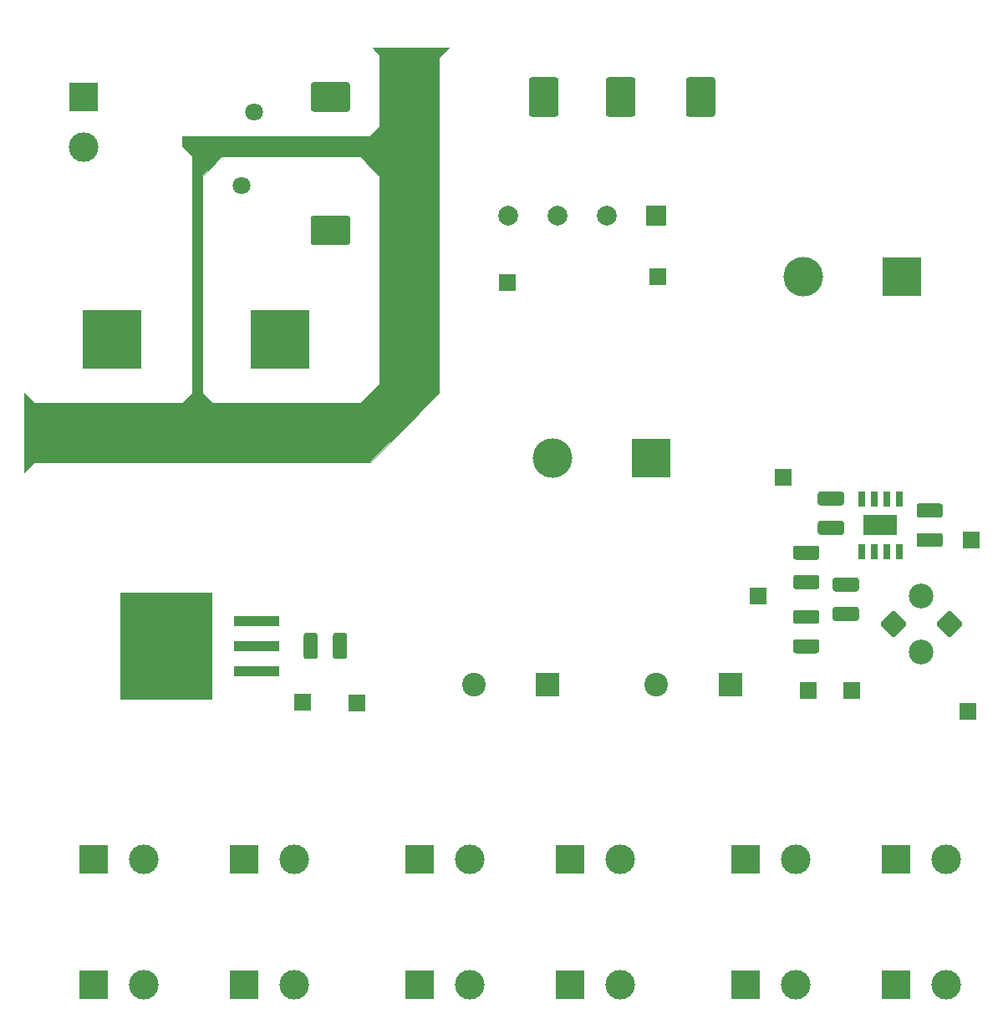
<source format=gts>
%TF.GenerationSoftware,KiCad,Pcbnew,(5.1.6)-1*%
%TF.CreationDate,2021-04-18T17:59:39-07:00*%
%TF.ProjectId,pwr_supply,7077725f-7375-4707-906c-792e6b696361,rev?*%
%TF.SameCoordinates,Original*%
%TF.FileFunction,Soldermask,Top*%
%TF.FilePolarity,Negative*%
%FSLAX46Y46*%
G04 Gerber Fmt 4.6, Leading zero omitted, Abs format (unit mm)*
G04 Created by KiCad (PCBNEW (5.1.6)-1) date 2021-04-18 17:59:39*
%MOMM*%
%LPD*%
G01*
G04 APERTURE LIST*
%ADD10C,0.100000*%
%ADD11R,4.000000X4.000000*%
%ADD12C,4.000000*%
%ADD13R,2.400000X2.400000*%
%ADD14C,2.400000*%
%ADD15C,2.000000*%
%ADD16R,2.000000X2.000000*%
%ADD17R,6.000000X6.000000*%
%ADD18R,3.350000X2.000000*%
%ADD19R,0.650000X1.500000*%
%ADD20R,3.000000X3.000000*%
%ADD21C,3.000000*%
%ADD22C,2.500000*%
%ADD23C,1.800000*%
%ADD24R,1.700000X1.700000*%
%ADD25R,4.600000X1.100000*%
%ADD26R,9.400000X10.800000*%
G04 APERTURE END LIST*
D10*
G36*
X36000000Y87000000D02*
G01*
X34000000Y89000000D01*
X20000000Y89000000D01*
X18000000Y87000000D01*
X18000000Y65000000D01*
X19000000Y64000000D01*
X16000000Y64000000D01*
X17000000Y65000000D01*
X17000000Y89000000D01*
X16000000Y90000000D01*
X16000000Y91000000D01*
X35000000Y91000000D01*
X36000000Y92000000D01*
X36000000Y87000000D01*
G37*
X36000000Y87000000D02*
X34000000Y89000000D01*
X20000000Y89000000D01*
X18000000Y87000000D01*
X18000000Y65000000D01*
X19000000Y64000000D01*
X16000000Y64000000D01*
X17000000Y65000000D01*
X17000000Y89000000D01*
X16000000Y90000000D01*
X16000000Y91000000D01*
X35000000Y91000000D01*
X36000000Y92000000D01*
X36000000Y87000000D01*
G36*
X42000000Y99000000D02*
G01*
X42000000Y65000000D01*
X35000000Y58000000D01*
X1000000Y58000000D01*
X0Y57000000D01*
X0Y65000000D01*
X1000000Y64000000D01*
X34000000Y64000000D01*
X36000000Y66000000D01*
X36000000Y99250000D01*
X35250000Y100000000D01*
X43000000Y100000000D01*
X42000000Y99000000D01*
G37*
X42000000Y99000000D02*
X42000000Y65000000D01*
X35000000Y58000000D01*
X1000000Y58000000D01*
X0Y57000000D01*
X0Y65000000D01*
X1000000Y64000000D01*
X34000000Y64000000D01*
X36000000Y66000000D01*
X36000000Y99250000D01*
X35250000Y100000000D01*
X43000000Y100000000D01*
X42000000Y99000000D01*
D11*
%TO.C,C1*%
X88900000Y76835000D03*
D12*
X78900000Y76835000D03*
%TD*%
%TO.C,C4*%
G36*
G01*
X92775000Y49420000D02*
X90625000Y49420000D01*
G75*
G02*
X90375000Y49670000I0J250000D01*
G01*
X90375000Y50595000D01*
G75*
G02*
X90625000Y50845000I250000J0D01*
G01*
X92775000Y50845000D01*
G75*
G02*
X93025000Y50595000I0J-250000D01*
G01*
X93025000Y49670000D01*
G75*
G02*
X92775000Y49420000I-250000J0D01*
G01*
G37*
G36*
G01*
X92775000Y52395000D02*
X90625000Y52395000D01*
G75*
G02*
X90375000Y52645000I0J250000D01*
G01*
X90375000Y53570000D01*
G75*
G02*
X90625000Y53820000I250000J0D01*
G01*
X92775000Y53820000D01*
G75*
G02*
X93025000Y53570000I0J-250000D01*
G01*
X93025000Y52645000D01*
G75*
G02*
X92775000Y52395000I-250000J0D01*
G01*
G37*
%TD*%
%TO.C,C6*%
G36*
G01*
X80275000Y38657500D02*
X78125000Y38657500D01*
G75*
G02*
X77875000Y38907500I0J250000D01*
G01*
X77875000Y39832500D01*
G75*
G02*
X78125000Y40082500I250000J0D01*
G01*
X80275000Y40082500D01*
G75*
G02*
X80525000Y39832500I0J-250000D01*
G01*
X80525000Y38907500D01*
G75*
G02*
X80275000Y38657500I-250000J0D01*
G01*
G37*
G36*
G01*
X80275000Y41632500D02*
X78125000Y41632500D01*
G75*
G02*
X77875000Y41882500I0J250000D01*
G01*
X77875000Y42807500D01*
G75*
G02*
X78125000Y43057500I250000J0D01*
G01*
X80275000Y43057500D01*
G75*
G02*
X80525000Y42807500I0J-250000D01*
G01*
X80525000Y41882500D01*
G75*
G02*
X80275000Y41632500I-250000J0D01*
G01*
G37*
%TD*%
D13*
%TO.C,C7*%
X71500000Y35500000D03*
D14*
X64000000Y35500000D03*
%TD*%
%TO.C,C9*%
G36*
G01*
X28287500Y38325000D02*
X28287500Y40475000D01*
G75*
G02*
X28537500Y40725000I250000J0D01*
G01*
X29462500Y40725000D01*
G75*
G02*
X29712500Y40475000I0J-250000D01*
G01*
X29712500Y38325000D01*
G75*
G02*
X29462500Y38075000I-250000J0D01*
G01*
X28537500Y38075000D01*
G75*
G02*
X28287500Y38325000I0J250000D01*
G01*
G37*
G36*
G01*
X31262500Y38325000D02*
X31262500Y40475000D01*
G75*
G02*
X31512500Y40725000I250000J0D01*
G01*
X32437500Y40725000D01*
G75*
G02*
X32687500Y40475000I0J-250000D01*
G01*
X32687500Y38325000D01*
G75*
G02*
X32437500Y38075000I-250000J0D01*
G01*
X31512500Y38075000D01*
G75*
G02*
X31262500Y38325000I0J250000D01*
G01*
G37*
%TD*%
D15*
%TO.C,D1*%
X49000000Y83000000D03*
X54000000Y83000000D03*
X59000000Y83000000D03*
D16*
X64000000Y83000000D03*
%TD*%
D17*
%TO.C,F1*%
X8890000Y70485000D03*
X25890000Y70485000D03*
%TD*%
D18*
%TO.C,IC1*%
X86700000Y51620000D03*
D19*
X88605000Y48920000D03*
X87335000Y48920000D03*
X86065000Y48920000D03*
X84795000Y48920000D03*
X84795000Y54320000D03*
X86065000Y54320000D03*
X87335000Y54320000D03*
X88605000Y54320000D03*
%TD*%
D20*
%TO.C,J1*%
X6000000Y95000000D03*
D21*
X6000000Y89920000D03*
%TD*%
%TO.C,J2*%
X93345000Y5080000D03*
D20*
X88265000Y5080000D03*
%TD*%
%TO.C,J3*%
X22225000Y17780000D03*
D21*
X27305000Y17780000D03*
%TD*%
%TO.C,J4*%
X45085000Y17780000D03*
D20*
X40005000Y17780000D03*
%TD*%
%TO.C,J5*%
X88265000Y17780000D03*
D21*
X93345000Y17780000D03*
%TD*%
%TO.C,J6*%
X27305000Y5080000D03*
D20*
X22225000Y5080000D03*
%TD*%
%TO.C,J7*%
X55245000Y5080000D03*
D21*
X60325000Y5080000D03*
%TD*%
D20*
%TO.C,J8*%
X73025000Y5080000D03*
D21*
X78105000Y5080000D03*
%TD*%
%TO.C,J9*%
X12065000Y5080000D03*
D20*
X6985000Y5080000D03*
%TD*%
%TO.C,J10*%
X55245000Y17780000D03*
D21*
X60325000Y17780000D03*
%TD*%
%TO.C,J11*%
X78105000Y17780000D03*
D20*
X73025000Y17780000D03*
%TD*%
%TO.C,J12*%
X6985000Y17780000D03*
D21*
X12065000Y17780000D03*
%TD*%
%TO.C,J13*%
X45085000Y5080000D03*
D20*
X40005000Y5080000D03*
%TD*%
D22*
%TO.C,L1*%
X90871573Y38791573D03*
X90871573Y44448427D03*
G36*
G01*
X88184567Y42892792D02*
X89315938Y41761421D01*
G75*
G02*
X89315938Y41478579I-141421J-141421D01*
G01*
X88184567Y40347208D01*
G75*
G02*
X87901725Y40347208I-141421J141421D01*
G01*
X86770354Y41478579D01*
G75*
G02*
X86770354Y41761421I141421J141421D01*
G01*
X87901725Y42892792D01*
G75*
G02*
X88184567Y42892792I141421J-141421D01*
G01*
G37*
G36*
G01*
X93841421Y42892792D02*
X94972792Y41761421D01*
G75*
G02*
X94972792Y41478579I-141421J-141421D01*
G01*
X93841421Y40347208D01*
G75*
G02*
X93558579Y40347208I-141421J141421D01*
G01*
X92427208Y41478579D01*
G75*
G02*
X92427208Y41761421I141421J141421D01*
G01*
X93558579Y42892792D01*
G75*
G02*
X93841421Y42892792I141421J-141421D01*
G01*
G37*
%TD*%
%TO.C,R1*%
G36*
G01*
X80625000Y52082500D02*
X82775000Y52082500D01*
G75*
G02*
X83025000Y51832500I0J-250000D01*
G01*
X83025000Y50907500D01*
G75*
G02*
X82775000Y50657500I-250000J0D01*
G01*
X80625000Y50657500D01*
G75*
G02*
X80375000Y50907500I0J250000D01*
G01*
X80375000Y51832500D01*
G75*
G02*
X80625000Y52082500I250000J0D01*
G01*
G37*
G36*
G01*
X80625000Y55057500D02*
X82775000Y55057500D01*
G75*
G02*
X83025000Y54807500I0J-250000D01*
G01*
X83025000Y53882500D01*
G75*
G02*
X82775000Y53632500I-250000J0D01*
G01*
X80625000Y53632500D01*
G75*
G02*
X80375000Y53882500I0J250000D01*
G01*
X80375000Y54807500D01*
G75*
G02*
X80625000Y55057500I250000J0D01*
G01*
G37*
%TD*%
%TO.C,R3*%
G36*
G01*
X84275000Y41932500D02*
X82125000Y41932500D01*
G75*
G02*
X81875000Y42182500I0J250000D01*
G01*
X81875000Y43107500D01*
G75*
G02*
X82125000Y43357500I250000J0D01*
G01*
X84275000Y43357500D01*
G75*
G02*
X84525000Y43107500I0J-250000D01*
G01*
X84525000Y42182500D01*
G75*
G02*
X84275000Y41932500I-250000J0D01*
G01*
G37*
G36*
G01*
X84275000Y44907500D02*
X82125000Y44907500D01*
G75*
G02*
X81875000Y45157500I0J250000D01*
G01*
X81875000Y46082500D01*
G75*
G02*
X82125000Y46332500I250000J0D01*
G01*
X84275000Y46332500D01*
G75*
G02*
X84525000Y46082500I0J-250000D01*
G01*
X84525000Y45157500D01*
G75*
G02*
X84275000Y44907500I-250000J0D01*
G01*
G37*
%TD*%
%TO.C,R4*%
G36*
G01*
X80275000Y48132500D02*
X78125000Y48132500D01*
G75*
G02*
X77875000Y48382500I0J250000D01*
G01*
X77875000Y49307500D01*
G75*
G02*
X78125000Y49557500I250000J0D01*
G01*
X80275000Y49557500D01*
G75*
G02*
X80525000Y49307500I0J-250000D01*
G01*
X80525000Y48382500D01*
G75*
G02*
X80275000Y48132500I-250000J0D01*
G01*
G37*
G36*
G01*
X80275000Y45157500D02*
X78125000Y45157500D01*
G75*
G02*
X77875000Y45407500I0J250000D01*
G01*
X77875000Y46332500D01*
G75*
G02*
X78125000Y46582500I250000J0D01*
G01*
X80275000Y46582500D01*
G75*
G02*
X80525000Y46332500I0J-250000D01*
G01*
X80525000Y45407500D01*
G75*
G02*
X80275000Y45157500I-250000J0D01*
G01*
G37*
%TD*%
D23*
%TO.C,RV1*%
X22000000Y86000000D03*
X23300000Y93500000D03*
%TD*%
D11*
%TO.C,C8*%
X63500000Y58420000D03*
D12*
X53500000Y58420000D03*
%TD*%
D13*
%TO.C,C10*%
X53000000Y35500000D03*
D14*
X45500000Y35500000D03*
%TD*%
D24*
%TO.C,TP1*%
X64135000Y76835000D03*
%TD*%
%TO.C,TP3*%
X48895000Y76200000D03*
%TD*%
%TO.C,TP4*%
X76835000Y56515000D03*
%TD*%
%TO.C,TP5*%
X79375000Y34925000D03*
%TD*%
%TO.C,TP7*%
X95885000Y50165000D03*
%TD*%
%TO.C,TP8*%
X74295000Y44450000D03*
%TD*%
%TO.C,TP9*%
X83820000Y34925000D03*
%TD*%
D25*
%TO.C,U1*%
X23555000Y36830000D03*
X23555000Y39370000D03*
X23555000Y41910000D03*
D26*
X14405000Y39370000D03*
%TD*%
%TO.C,T1*%
G36*
G01*
X32700000Y80000000D02*
X29300000Y80000000D01*
G75*
G02*
X29000000Y80300000I0J300000D01*
G01*
X29000000Y82700000D01*
G75*
G02*
X29300000Y83000000I300000J0D01*
G01*
X32700000Y83000000D01*
G75*
G02*
X33000000Y82700000I0J-300000D01*
G01*
X33000000Y80300000D01*
G75*
G02*
X32700000Y80000000I-300000J0D01*
G01*
G37*
G36*
G01*
X32700000Y93500000D02*
X29300000Y93500000D01*
G75*
G02*
X29000000Y93800000I0J300000D01*
G01*
X29000000Y96200000D01*
G75*
G02*
X29300000Y96500000I300000J0D01*
G01*
X32700000Y96500000D01*
G75*
G02*
X33000000Y96200000I0J-300000D01*
G01*
X33000000Y93800000D01*
G75*
G02*
X32700000Y93500000I-300000J0D01*
G01*
G37*
G36*
G01*
X51100000Y93300000D02*
X51100000Y96700000D01*
G75*
G02*
X51400000Y97000000I300000J0D01*
G01*
X53800000Y97000000D01*
G75*
G02*
X54100000Y96700000I0J-300000D01*
G01*
X54100000Y93300000D01*
G75*
G02*
X53800000Y93000000I-300000J0D01*
G01*
X51400000Y93000000D01*
G75*
G02*
X51100000Y93300000I0J300000D01*
G01*
G37*
G36*
G01*
X67000000Y93300000D02*
X67000000Y96700000D01*
G75*
G02*
X67300000Y97000000I300000J0D01*
G01*
X69700000Y97000000D01*
G75*
G02*
X70000000Y96700000I0J-300000D01*
G01*
X70000000Y93300000D01*
G75*
G02*
X69700000Y93000000I-300000J0D01*
G01*
X67300000Y93000000D01*
G75*
G02*
X67000000Y93300000I0J300000D01*
G01*
G37*
G36*
G01*
X58900000Y93300000D02*
X58900000Y96700000D01*
G75*
G02*
X59200000Y97000000I300000J0D01*
G01*
X61600000Y97000000D01*
G75*
G02*
X61900000Y96700000I0J-300000D01*
G01*
X61900000Y93300000D01*
G75*
G02*
X61600000Y93000000I-300000J0D01*
G01*
X59200000Y93000000D01*
G75*
G02*
X58900000Y93300000I0J300000D01*
G01*
G37*
%TD*%
D24*
%TO.C,TP2*%
X28200000Y33700000D03*
%TD*%
%TO.C,TP6*%
X33700000Y33600000D03*
%TD*%
%TO.C,TP10*%
X95600000Y32800000D03*
%TD*%
M02*

</source>
